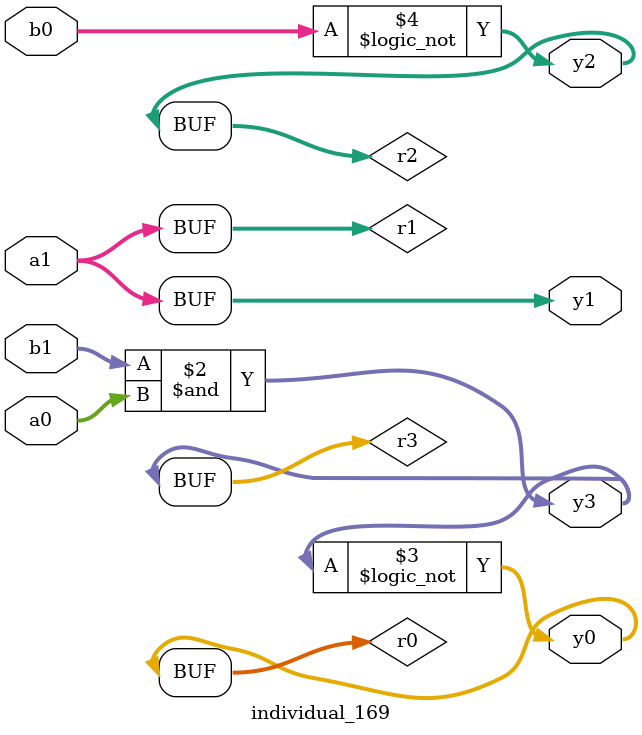
<source format=sv>
module individual_169(input logic [15:0] a1, input logic [15:0] a0, input logic [15:0] b1, input logic [15:0] b0, output logic [15:0] y3, output logic [15:0] y2, output logic [15:0] y1, output logic [15:0] y0);
logic [15:0] r0, r1, r2, r3; 
 always@(*) begin 
	 r0 = a0; r1 = a1; r2 = b0; r3 = b1; 
 	 r3  &=  r0 ;
 	 r0 = ! r3 ;
 	 r2 = ! r2 ;
 	 y3 = r3; y2 = r2; y1 = r1; y0 = r0; 
end
endmodule
</source>
